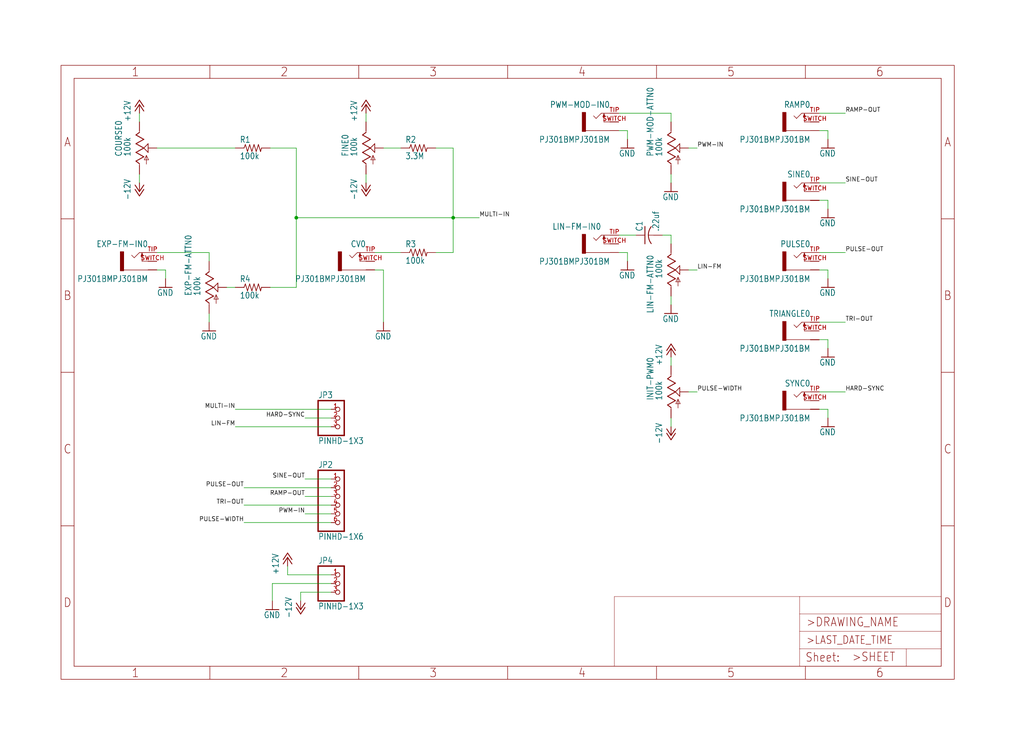
<source format=kicad_sch>
(kicad_sch (version 20211123) (generator eeschema)
  (paper "User" 298.45 217.881)
  (lib_symbols
    (symbol "ioboard-eagle-import:+12V" (power)
      (property "Value" "+12V" (at -2.54 -5.08 90))
      (symbol "+12V_1_0"
        (polyline (pts (xy 0 0) (xy -1.27 -1.905)) (stroke (width 0.254)))
        (polyline (pts (xy 0 1.27) (xy -1.27 -0.635)) (stroke (width 0.254)))
        (polyline (pts (xy 1.27 -1.905) (xy 0 0)) (stroke (width 0.254)))
        (polyline (pts (xy 1.27 -0.635) (xy 0 1.27)) (stroke (width 0.254)))
        (pin power_in line (at 0 -2.54 90) (length 2.54) (name "+12V") (number "1"))
      )
    )
    (symbol "ioboard-eagle-import:-12V" (power)
      (property "Value" "-12V" (at -2.54 -2.54 90))
      (symbol "-12V_1_0"
        (polyline (pts (xy -1.27 0.635) (xy 0 -1.27)) (stroke (width 0.254)))
        (polyline (pts (xy -1.27 1.905) (xy 0 0)) (stroke (width 0.254)))
        (polyline (pts (xy 0 -1.27) (xy 1.27 0.635)) (stroke (width 0.254)))
        (polyline (pts (xy 0 0) (xy 1.27 1.905)) (stroke (width 0.254)))
        (pin power_in line (at 0 2.54 270) (length 2.54) (name "-12V") (number "1"))
      )
    )
    (symbol "ioboard-eagle-import:A4L-LOC"
      (symbol "A4L-LOC_0_0"
        (polyline (pts (xy 0 44.7675) (xy 3.81 44.7675)))
        (polyline (pts (xy 0 89.535) (xy 3.81 89.535)))
        (polyline (pts (xy 0 134.3025) (xy 3.81 134.3025)))
        (polyline (pts (xy 3.81 3.81) (xy 3.81 175.26)))
        (polyline (pts (xy 43.3917 0) (xy 43.3917 3.81)))
        (polyline (pts (xy 43.3917 175.26) (xy 43.3917 179.07)))
        (polyline (pts (xy 86.7833 0) (xy 86.7833 3.81)))
        (polyline (pts (xy 86.7833 175.26) (xy 86.7833 179.07)))
        (polyline (pts (xy 130.175 0) (xy 130.175 3.81)))
        (polyline (pts (xy 130.175 175.26) (xy 130.175 179.07)))
        (polyline (pts (xy 173.5667 0) (xy 173.5667 3.81)))
        (polyline (pts (xy 173.5667 175.26) (xy 173.5667 179.07)))
        (polyline (pts (xy 216.9583 0) (xy 216.9583 3.81)))
        (polyline (pts (xy 216.9583 175.26) (xy 216.9583 179.07)))
        (polyline (pts (xy 256.54 3.81) (xy 3.81 3.81)))
        (polyline (pts (xy 256.54 3.81) (xy 256.54 175.26)))
        (polyline (pts (xy 256.54 44.7675) (xy 260.35 44.7675)))
        (polyline (pts (xy 256.54 89.535) (xy 260.35 89.535)))
        (polyline (pts (xy 256.54 134.3025) (xy 260.35 134.3025)))
        (polyline (pts (xy 256.54 175.26) (xy 3.81 175.26)))
        (polyline (pts (xy 0 0) (xy 260.35 0) (xy 260.35 179.07) (xy 0 179.07) (xy 0 0)))
        (text "1" (at 21.6958 1.905 0) (effects (font (size 2.54 2.286))))
        (text "1" (at 21.6958 177.165 0) (effects (font (size 2.54 2.286))))
        (text "2" (at 65.0875 1.905 0) (effects (font (size 2.54 2.286))))
        (text "2" (at 65.0875 177.165 0) (effects (font (size 2.54 2.286))))
        (text "3" (at 108.4792 1.905 0) (effects (font (size 2.54 2.286))))
        (text "3" (at 108.4792 177.165 0) (effects (font (size 2.54 2.286))))
        (text "4" (at 151.8708 1.905 0) (effects (font (size 2.54 2.286))))
        (text "4" (at 151.8708 177.165 0) (effects (font (size 2.54 2.286))))
        (text "5" (at 195.2625 1.905 0) (effects (font (size 2.54 2.286))))
        (text "5" (at 195.2625 177.165 0) (effects (font (size 2.54 2.286))))
        (text "6" (at 238.6542 1.905 0) (effects (font (size 2.54 2.286))))
        (text "6" (at 238.6542 177.165 0) (effects (font (size 2.54 2.286))))
        (text "A" (at 1.905 156.6863 0) (effects (font (size 2.54 2.286))))
        (text "A" (at 258.445 156.6863 0) (effects (font (size 2.54 2.286))))
        (text "B" (at 1.905 111.9188 0) (effects (font (size 2.54 2.286))))
        (text "B" (at 258.445 111.9188 0) (effects (font (size 2.54 2.286))))
        (text "C" (at 1.905 67.1513 0) (effects (font (size 2.54 2.286))))
        (text "C" (at 258.445 67.1513 0) (effects (font (size 2.54 2.286))))
        (text "D" (at 1.905 22.3838 0) (effects (font (size 2.54 2.286))))
        (text "D" (at 258.445 22.3838 0) (effects (font (size 2.54 2.286))))
      )
      (symbol "A4L-LOC_1_0"
        (polyline (pts (xy 161.29 3.81) (xy 161.29 24.13)) (stroke (width 0.1016)))
        (polyline (pts (xy 161.29 24.13) (xy 215.265 24.13)) (stroke (width 0.1016)))
        (polyline (pts (xy 215.265 8.89) (xy 215.265 3.81)) (stroke (width 0.1016)))
        (polyline (pts (xy 215.265 8.89) (xy 215.265 13.97)) (stroke (width 0.1016)))
        (polyline (pts (xy 215.265 13.97) (xy 215.265 19.05)) (stroke (width 0.1016)))
        (polyline (pts (xy 215.265 13.97) (xy 256.54 13.97)) (stroke (width 0.1016)))
        (polyline (pts (xy 215.265 19.05) (xy 215.265 24.13)) (stroke (width 0.1016)))
        (polyline (pts (xy 215.265 19.05) (xy 256.54 19.05)) (stroke (width 0.1016)))
        (polyline (pts (xy 215.265 24.13) (xy 256.54 24.13)) (stroke (width 0.1016)))
        (polyline (pts (xy 246.38 3.81) (xy 246.38 8.89)) (stroke (width 0.1016)))
        (polyline (pts (xy 246.38 8.89) (xy 215.265 8.89)) (stroke (width 0.1016)))
        (polyline (pts (xy 246.38 8.89) (xy 256.54 8.89)) (stroke (width 0.1016)))
        (polyline (pts (xy 256.54 3.81) (xy 256.54 8.89)) (stroke (width 0.1016)))
        (polyline (pts (xy 256.54 8.89) (xy 256.54 13.97)) (stroke (width 0.1016)))
        (polyline (pts (xy 256.54 13.97) (xy 256.54 19.05)) (stroke (width 0.1016)))
        (polyline (pts (xy 256.54 19.05) (xy 256.54 24.13)) (stroke (width 0.1016)))
        (text ">DRAWING_NAME" (at 217.17 15.24 0) (effects (font (size 2.54 2.159)) (justify left bottom)))
        (text ">LAST_DATE_TIME" (at 217.17 10.16 0) (effects (font (size 2.286 1.9431)) (justify left bottom)))
        (text ">SHEET" (at 230.505 5.08 0) (effects (font (size 2.54 2.159)) (justify left bottom)))
        (text "Sheet:" (at 216.916 4.953 0) (effects (font (size 2.54 2.159)) (justify left bottom)))
      )
    )
    (symbol "ioboard-eagle-import:ALPHA-9MMA"
      (property "Reference" "R" (at -5.08 -2.54 90))
      (property "Value" "ALPHA-9MMA" (at -2.54 -2.54 90))
      (symbol "ALPHA-9MMA_1_0"
        (polyline (pts (xy -1.016 -3.81) (xy 1.27 -2.54)) (stroke (width 0.254)))
        (polyline (pts (xy -1.016 -1.27) (xy 1.27 0)) (stroke (width 0.254)))
        (polyline (pts (xy -1.016 1.27) (xy 1.27 2.54)) (stroke (width 0.254)))
        (polyline (pts (xy -1.016 3.81) (xy 0 4.572)) (stroke (width 0.254)))
        (polyline (pts (xy 0 -5.08) (xy 0 -4.572)) (stroke (width 0.1524)))
        (polyline (pts (xy 0 -4.572) (xy -1.016 -3.81)) (stroke (width 0.254)))
        (polyline (pts (xy 0 4.572) (xy 0 5.08)) (stroke (width 0.1524)))
        (polyline (pts (xy 1.27 -2.54) (xy -1.016 -1.27)) (stroke (width 0.254)))
        (polyline (pts (xy 1.27 0) (xy -1.016 1.27)) (stroke (width 0.254)))
        (polyline (pts (xy 1.27 0) (xy 2.54 1.27)) (stroke (width 0.2032)))
        (polyline (pts (xy 1.27 2.54) (xy -1.016 3.81)) (stroke (width 0.254)))
        (polyline (pts (xy 1.397 -3.429) (xy 2.032 -2.159)) (stroke (width 0.1524)))
        (polyline (pts (xy 2.032 -4.699) (xy 2.032 -2.159)) (stroke (width 0.1524)))
        (polyline (pts (xy 2.032 -2.159) (xy 2.667 -3.429)) (stroke (width 0.1524)))
        (polyline (pts (xy 2.54 -1.27) (xy 1.27 0)) (stroke (width 0.2032)))
        (polyline (pts (xy 2.54 1.27) (xy 2.54 -1.27)) (stroke (width 0.2032)))
        (polyline (pts (xy 2.667 -3.429) (xy 1.397 -3.429)) (stroke (width 0.1524)))
        (pin passive line (at 0 -7.62 90) (length 2.54) (name "A") (number "1"))
        (pin passive line (at 5.08 0 180) (length 2.54) (name "S") (number "2"))
        (pin passive line (at 0 7.62 270) (length 2.54) (name "E") (number "3"))
      )
    )
    (symbol "ioboard-eagle-import:C-US050-024X044"
      (property "Reference" "C" (at 1.016 0.635 0))
      (property "Value" "C-US050-024X044" (at 1.016 -4.191 0))
      (symbol "C-US050-024X044_1_0"
        (arc (start 0 -1.0161) (mid -1.302 -1.2303) (end -2.4668 -1.8504) (stroke (width 0.254)))
        (polyline (pts (xy -2.54 0) (xy 2.54 0)) (stroke (width 0.254)))
        (polyline (pts (xy 0 -1.016) (xy 0 -2.54)) (stroke (width 0.1524)))
        (arc (start 2.4892 -1.8542) (mid 1.3158 -1.2195) (end 0 -1) (stroke (width 0.254)))
        (pin passive line (at 0 2.54 270) (length 2.54) (name "1") (number "1"))
        (pin passive line (at 0 -5.08 90) (length 2.54) (name "2") (number "2"))
      )
    )
    (symbol "ioboard-eagle-import:GND" (power)
      (property "Value" "GND" (at -2.54 -2.54 0))
      (symbol "GND_1_0"
        (polyline (pts (xy -1.905 0) (xy 1.905 0)) (stroke (width 0.254)))
        (pin power_in line (at 0 2.54 270) (length 2.54) (name "GND") (number "1"))
      )
    )
    (symbol "ioboard-eagle-import:PINHD-1X3"
      (property "Reference" "JP" (at -6.35 5.715 0))
      (property "Value" "PINHD-1X3" (at -6.35 -7.62 0))
      (symbol "PINHD-1X3_1_0"
        (polyline (pts (xy -6.35 -5.08) (xy 1.27 -5.08)) (stroke (width 0.4064)))
        (polyline (pts (xy -6.35 5.08) (xy -6.35 -5.08)) (stroke (width 0.4064)))
        (polyline (pts (xy 1.27 -5.08) (xy 1.27 5.08)) (stroke (width 0.4064)))
        (polyline (pts (xy 1.27 5.08) (xy -6.35 5.08)) (stroke (width 0.4064)))
        (pin passive inverted (at -2.54 2.54 0) (length 2.54) (name "1") (number "1"))
        (pin passive inverted (at -2.54 0 0) (length 2.54) (name "2") (number "2"))
        (pin passive inverted (at -2.54 -2.54 0) (length 2.54) (name "3") (number "3"))
      )
    )
    (symbol "ioboard-eagle-import:PINHD-1X6"
      (property "Reference" "JP" (at -6.35 10.795 0))
      (property "Value" "PINHD-1X6" (at -6.35 -10.16 0))
      (symbol "PINHD-1X6_1_0"
        (polyline (pts (xy -6.35 -7.62) (xy 1.27 -7.62)) (stroke (width 0.4064)))
        (polyline (pts (xy -6.35 10.16) (xy -6.35 -7.62)) (stroke (width 0.4064)))
        (polyline (pts (xy 1.27 -7.62) (xy 1.27 10.16)) (stroke (width 0.4064)))
        (polyline (pts (xy 1.27 10.16) (xy -6.35 10.16)) (stroke (width 0.4064)))
        (pin passive inverted (at -2.54 7.62 0) (length 2.54) (name "1") (number "1"))
        (pin passive inverted (at -2.54 5.08 0) (length 2.54) (name "2") (number "2"))
        (pin passive inverted (at -2.54 2.54 0) (length 2.54) (name "3") (number "3"))
        (pin passive inverted (at -2.54 0 0) (length 2.54) (name "4") (number "4"))
        (pin passive inverted (at -2.54 -2.54 0) (length 2.54) (name "5") (number "5"))
        (pin passive inverted (at -2.54 -5.08 0) (length 2.54) (name "6") (number "6"))
      )
    )
    (symbol "ioboard-eagle-import:PJ301BMPJ301BM"
      (property "Value" "PJ301BMPJ301BM" (at -2.54 -6.096 0))
      (symbol "PJ301BMPJ301BM_1_0"
        (polyline (pts (xy -2.54 -2.54) (xy 4.572 -2.54)) (stroke (width 0.1524)))
        (polyline (pts (xy -2.54 0) (xy -0.762 0)) (stroke (width 0.1524)))
        (polyline (pts (xy -2.54 2.54) (xy 0 2.54)) (stroke (width 0.1524)))
        (polyline (pts (xy -1.016 1.524) (xy -0.508 1.524)) (stroke (width 0.254)))
        (polyline (pts (xy -0.762 0) (xy -0.762 2.286)) (stroke (width 0.1524)))
        (polyline (pts (xy -0.762 2.286) (xy -1.016 1.524)) (stroke (width 0.254)))
        (polyline (pts (xy -0.508 1.524) (xy -0.762 2.286)) (stroke (width 0.254)))
        (polyline (pts (xy 0 2.54) (xy 1.524 1.016)) (stroke (width 0.1524)))
        (polyline (pts (xy 1.524 1.016) (xy 2.286 1.778)) (stroke (width 0.1524)))
        (rectangle (start 4.572 2.794) (end 5.588 -2.794) (fill (type outline)))
        (pin passive line (at -5.08 -2.54 0) (length 2.54) (name "5") (number "GND1"))
        (pin passive line (at -5.08 -2.54 0) (length 2.54) (name "5") (number "GND2"))
        (pin passive line (at -5.08 0 0) (length 2.54) (name "4") (number "SWITCH"))
        (pin passive line (at -5.08 2.54 0) (length 2.54) (name "3") (number "TIP"))
      )
    )
    (symbol "ioboard-eagle-import:R-US_0207{slash}10"
      (property "Reference" "R" (at -3.81 1.4986 0))
      (property "Value" "R-US_0207{slash}10" (at -3.81 -3.302 0))
      (symbol "R-US_0207{slash}10_1_0"
        (polyline (pts (xy -2.54 0) (xy -2.159 1.016)) (stroke (width 0.2032)))
        (polyline (pts (xy -2.159 1.016) (xy -1.524 -1.016)) (stroke (width 0.2032)))
        (polyline (pts (xy -1.524 -1.016) (xy -0.889 1.016)) (stroke (width 0.2032)))
        (polyline (pts (xy -0.889 1.016) (xy -0.254 -1.016)) (stroke (width 0.2032)))
        (polyline (pts (xy -0.254 -1.016) (xy 0.381 1.016)) (stroke (width 0.2032)))
        (polyline (pts (xy 0.381 1.016) (xy 1.016 -1.016)) (stroke (width 0.2032)))
        (polyline (pts (xy 1.016 -1.016) (xy 1.651 1.016)) (stroke (width 0.2032)))
        (polyline (pts (xy 1.651 1.016) (xy 2.286 -1.016)) (stroke (width 0.2032)))
        (polyline (pts (xy 2.286 -1.016) (xy 2.54 0)) (stroke (width 0.2032)))
        (pin passive line (at -5.08 0 0) (length 2.54) (name "1") (number "1"))
        (pin passive line (at 5.08 0 180) (length 2.54) (name "2") (number "2"))
      )
    )
  )
  (junction (at 86.36 63.5))
  (junction (at 132.08 63.5))
  (wire (pts (xy 40.64 53.34) (xy 40.64 50.8)))
  (wire (pts (xy 48.26 78.74) (xy 48.26 81.28)))
  (wire (pts (xy 200.66 78.74) (xy 203.2 78.74)))
  (wire (pts (xy 96.52 124.46) (xy 68.58 124.46)))
  (wire (pts (xy 241.3 58.42) (xy 241.3 60.96)))
  (wire (pts (xy 185.42 68.58) (xy 180.34 68.58)))
  (wire (pts (xy 45.72 78.74) (xy 48.26 78.74)))
  (wire (pts (xy 96.52 139.7) (xy 88.9 139.7)))
  (wire (pts (xy 60.96 93.98) (xy 60.96 91.44)))
  (wire (pts (xy 238.76 78.74) (xy 241.3 78.74)))
  (wire (pts (xy 86.36 83.82) (xy 86.36 63.5)))
  (wire (pts (xy 96.52 167.64) (xy 83.82 167.64)))
  (wire (pts (xy 182.88 38.1) (xy 182.88 40.64)))
  (wire (pts (xy 195.58 53.34) (xy 195.58 50.8)))
  (wire (pts (xy 96.52 147.32) (xy 71.12 147.32)))
  (wire (pts (xy 109.22 78.74) (xy 111.76 78.74)))
  (wire (pts (xy 180.34 73.66) (xy 182.88 73.66)))
  (wire (pts (xy 40.64 35.56) (xy 40.64 33.02)))
  (wire (pts (xy 195.58 33.02) (xy 180.34 33.02)))
  (wire (pts (xy 60.96 73.66) (xy 60.96 76.2)))
  (wire (pts (xy 193.04 68.58) (xy 195.58 68.58)))
  (wire (pts (xy 132.08 73.66) (xy 132.08 63.5)))
  (wire (pts (xy 86.36 43.18) (xy 86.36 63.5)))
  (wire (pts (xy 96.52 172.72) (xy 87.63 172.72)))
  (wire (pts (xy 238.76 33.02) (xy 246.38 33.02)))
  (wire (pts (xy 241.3 99.06) (xy 241.3 101.6)))
  (wire (pts (xy 96.52 142.24) (xy 71.12 142.24)))
  (wire (pts (xy 238.76 73.66) (xy 246.38 73.66)))
  (wire (pts (xy 87.63 172.72) (xy 87.63 175.26)))
  (wire (pts (xy 200.66 43.18) (xy 203.2 43.18)))
  (wire (pts (xy 109.22 73.66) (xy 116.84 73.66)))
  (wire (pts (xy 200.66 114.3) (xy 203.2 114.3)))
  (wire (pts (xy 132.08 63.5) (xy 132.08 43.18)))
  (wire (pts (xy 195.58 33.02) (xy 195.58 35.56)))
  (wire (pts (xy 132.08 63.5) (xy 139.7 63.5)))
  (wire (pts (xy 83.82 167.64) (xy 83.82 165.1)))
  (wire (pts (xy 195.58 68.58) (xy 195.58 71.12)))
  (wire (pts (xy 96.52 152.4) (xy 71.12 152.4)))
  (wire (pts (xy 180.34 38.1) (xy 182.88 38.1)))
  (wire (pts (xy 86.36 63.5) (xy 132.08 63.5)))
  (wire (pts (xy 96.52 121.92) (xy 88.9 121.92)))
  (wire (pts (xy 45.72 43.18) (xy 68.58 43.18)))
  (wire (pts (xy 238.76 99.06) (xy 241.3 99.06)))
  (wire (pts (xy 127 73.66) (xy 132.08 73.66)))
  (wire (pts (xy 106.68 53.34) (xy 106.68 50.8)))
  (wire (pts (xy 96.52 144.78) (xy 88.9 144.78)))
  (wire (pts (xy 78.74 83.82) (xy 86.36 83.82)))
  (wire (pts (xy 195.58 104.14) (xy 195.58 106.68)))
  (wire (pts (xy 238.76 114.3) (xy 246.38 114.3)))
  (wire (pts (xy 111.76 78.74) (xy 111.76 93.98)))
  (wire (pts (xy 96.52 170.18) (xy 79.375 170.18)))
  (wire (pts (xy 241.3 78.74) (xy 241.3 81.28)))
  (wire (pts (xy 78.74 43.18) (xy 86.36 43.18)))
  (wire (pts (xy 195.58 88.9) (xy 195.58 86.36)))
  (wire (pts (xy 132.08 43.18) (xy 127 43.18)))
  (wire (pts (xy 238.76 38.1) (xy 241.3 38.1)))
  (wire (pts (xy 96.52 149.86) (xy 88.9 149.86)))
  (wire (pts (xy 238.76 93.98) (xy 246.38 93.98)))
  (wire (pts (xy 238.76 119.38) (xy 241.3 119.38)))
  (wire (pts (xy 106.68 35.56) (xy 106.68 33.02)))
  (wire (pts (xy 238.76 58.42) (xy 241.3 58.42)))
  (wire (pts (xy 96.52 119.38) (xy 68.58 119.38)))
  (wire (pts (xy 79.375 170.18) (xy 79.375 175.26)))
  (wire (pts (xy 241.3 119.38) (xy 241.3 121.92)))
  (wire (pts (xy 182.88 73.66) (xy 182.88 76.2)))
  (wire (pts (xy 238.76 53.34) (xy 246.38 53.34)))
  (wire (pts (xy 195.58 124.46) (xy 195.58 121.92)))
  (wire (pts (xy 111.76 43.18) (xy 116.84 43.18)))
  (wire (pts (xy 66.04 83.82) (xy 68.58 83.82)))
  (wire (pts (xy 241.3 38.1) (xy 241.3 40.64)))
  (wire (pts (xy 45.72 73.66) (xy 60.96 73.66)))
  (label "LIN-FM" (at 68.58 124.46 180) (effects (font (size 1.2446 1.2446))))
  (label "HARD-SYNC" (at 88.9 121.92 180) (effects (font (size 1.2446 1.2446))))
  (label "PULSE-OUT" (at 246.38 73.66 0) (effects (font (size 1.2446 1.2446))))
  (label "TRI-OUT" (at 246.38 93.98 0) (effects (font (size 1.2446 1.2446))))
  (label "SINE-OUT" (at 246.38 53.34 0) (effects (font (size 1.2446 1.2446))))
  (label "PWM-IN" (at 203.2 43.18 0) (effects (font (size 1.2446 1.2446))))
  (label "SINE-OUT" (at 88.9 139.7 180) (effects (font (size 1.2446 1.2446))))
  (label "MULTI-IN" (at 139.7 63.5 0) (effects (font (size 1.2446 1.2446))))
  (label "PULSE-WIDTH" (at 203.2 114.3 0) (effects (font (size 1.2446 1.2446))))
  (label "MULTI-IN" (at 68.58 119.38 180) (effects (font (size 1.2446 1.2446))))
  (label "PULSE-WIDTH" (at 71.12 152.4 180) (effects (font (size 1.2446 1.2446))))
  (label "LIN-FM" (at 203.2 78.74 0) (effects (font (size 1.2446 1.2446))))
  (label "PULSE-OUT" (at 71.12 142.24 180) (effects (font (size 1.2446 1.2446))))
  (label "RAMP-OUT" (at 246.38 33.02 0) (effects (font (size 1.2446 1.2446))))
  (label "HARD-SYNC" (at 246.38 114.3 0) (effects (font (size 1.2446 1.2446))))
  (label "TRI-OUT" (at 71.12 147.32 180) (effects (font (size 1.2446 1.2446))))
  (label "RAMP-OUT" (at 88.9 144.78 180) (effects (font (size 1.2446 1.2446))))
  (label "PWM-IN" (at 88.9 149.86 180) (effects (font (size 1.2446 1.2446))))
  (symbol (lib_id "ioboard-eagle-import:R-US_0207{slash}10") (at 121.92 73.66 0) (unit 1)
    (property "Reference" "R3" (at 118.11 72.1614 0) (effects (font (size 1.778 1.5113)) (justify left bottom)))
    (property "Value" "100k" (at 118.11 76.962 0) (effects (font (size 1.778 1.5113)) (justify left bottom)))
    (property "Footprint" "ioboard:0207_10" (effects hide))
  )
  (symbol (lib_id "ioboard-eagle-import:PINHD-1X3") (at 99.06 121.92 0) (unit 1)
    (property "Reference" "JP3" (at 92.71 116.205 0) (effects (font (size 1.778 1.5113)) (justify left bottom)))
    (property "Value" "PINHD-1X3" (at 92.71 129.54 0) (effects (font (size 1.778 1.5113)) (justify left bottom)))
    (property "Footprint" "ioboard:1X03" (effects hide))
  )
  (symbol (lib_id "ioboard-eagle-import:GND") (at 241.3 43.18 0) (unit 1)
    (property "Reference" "#GND6" (effects hide))
    (property "Value" "GND" (at 238.76 45.72 0) (effects (font (size 1.778 1.5113)) (justify left bottom)))
    (property "Footprint" "ioboard:" (effects hide))
  )
  (symbol (lib_id "ioboard-eagle-import:PJ301BMPJ301BM") (at 40.64 76.2 0) (mirror y) (unit 1)
    (property "Reference" "EXP-FM-IN0" (at 43.18 72.136 0) (effects (font (size 1.778 1.5113)) (justify left bottom)))
    (property "Value" "PJ301BMPJ301BM" (at 43.18 82.296 0) (effects (font (size 1.778 1.5113)) (justify left bottom)))
    (property "Footprint" "ioboard:PJ301BM" (effects hide))
  )
  (symbol (lib_id "ioboard-eagle-import:GND") (at 241.3 104.14 0) (unit 1)
    (property "Reference" "#GND8" (effects hide))
    (property "Value" "GND" (at 238.76 106.68 0) (effects (font (size 1.778 1.5113)) (justify left bottom)))
    (property "Footprint" "ioboard:" (effects hide))
  )
  (symbol (lib_id "ioboard-eagle-import:GND") (at 48.26 83.82 0) (unit 1)
    (property "Reference" "#GND11" (effects hide))
    (property "Value" "GND" (at 45.72 86.36 0) (effects (font (size 1.778 1.5113)) (justify left bottom)))
    (property "Footprint" "ioboard:" (effects hide))
  )
  (symbol (lib_id "ioboard-eagle-import:R-US_0207{slash}10") (at 121.92 43.18 0) (unit 1)
    (property "Reference" "R2" (at 118.11 41.6814 0) (effects (font (size 1.778 1.5113)) (justify left bottom)))
    (property "Value" "3.3M" (at 118.11 46.482 0) (effects (font (size 1.778 1.5113)) (justify left bottom)))
    (property "Footprint" "ioboard:0207_10" (effects hide))
  )
  (symbol (lib_id "ioboard-eagle-import:PINHD-1X3") (at 99.06 170.18 0) (unit 1)
    (property "Reference" "JP4" (at 92.71 164.465 0) (effects (font (size 1.778 1.5113)) (justify left bottom)))
    (property "Value" "PINHD-1X3" (at 92.71 177.8 0) (effects (font (size 1.778 1.5113)) (justify left bottom)))
    (property "Footprint" "ioboard:1X03" (effects hide))
  )
  (symbol (lib_id "ioboard-eagle-import:GND") (at 195.58 55.88 0) (unit 1)
    (property "Reference" "#GND14" (effects hide))
    (property "Value" "GND" (at 193.04 58.42 0) (effects (font (size 1.778 1.5113)) (justify left bottom)))
    (property "Footprint" "ioboard:" (effects hide))
  )
  (symbol (lib_id "ioboard-eagle-import:GND") (at 195.58 91.44 0) (unit 1)
    (property "Reference" "#GND12" (effects hide))
    (property "Value" "GND" (at 193.04 93.98 0) (effects (font (size 1.778 1.5113)) (justify left bottom)))
    (property "Footprint" "ioboard:" (effects hide))
  )
  (symbol (lib_id "ioboard-eagle-import:+12V") (at 40.64 30.48 0) (unit 1)
    (property "Reference" "#P+3" (effects hide))
    (property "Value" "+12V" (at 38.1 35.56 90) (effects (font (size 1.778 1.5113)) (justify left bottom)))
    (property "Footprint" "ioboard:" (effects hide))
  )
  (symbol (lib_id "ioboard-eagle-import:ALPHA-9MMA") (at 40.64 43.18 0) (unit 1)
    (property "Reference" "COURSE0" (at 35.56 45.72 90) (effects (font (size 1.778 1.5113)) (justify left bottom)))
    (property "Value" "100k" (at 38.1 45.72 90) (effects (font (size 1.778 1.5113)) (justify left bottom)))
    (property "Footprint" "ioboard:EVUF" (effects hide))
  )
  (symbol (lib_id "ioboard-eagle-import:-12V") (at 40.64 55.88 0) (unit 1)
    (property "Reference" "#P-2" (effects hide))
    (property "Value" "-12V" (at 38.1 58.42 90) (effects (font (size 1.778 1.5113)) (justify left bottom)))
    (property "Footprint" "ioboard:" (effects hide))
  )
  (symbol (lib_id "ioboard-eagle-import:GND") (at 79.375 177.8 0) (unit 1)
    (property "Reference" "#GND20" (effects hide))
    (property "Value" "GND" (at 76.835 180.34 0) (effects (font (size 1.778 1.5113)) (justify left bottom)))
    (property "Footprint" "ioboard:" (effects hide))
  )
  (symbol (lib_id "ioboard-eagle-import:PJ301BMPJ301BM") (at 175.26 35.56 0) (mirror y) (unit 1)
    (property "Reference" "PWM-MOD-IN0" (at 177.8 31.496 0) (effects (font (size 1.778 1.5113)) (justify left bottom)))
    (property "Value" "PJ301BMPJ301BM" (at 177.8 41.656 0) (effects (font (size 1.778 1.5113)) (justify left bottom)))
    (property "Footprint" "ioboard:PJ301BM" (effects hide))
  )
  (symbol (lib_id "ioboard-eagle-import:GND") (at 241.3 124.46 0) (unit 1)
    (property "Reference" "#GND5" (effects hide))
    (property "Value" "GND" (at 238.76 127 0) (effects (font (size 1.778 1.5113)) (justify left bottom)))
    (property "Footprint" "ioboard:" (effects hide))
  )
  (symbol (lib_id "ioboard-eagle-import:ALPHA-9MMA") (at 106.68 43.18 0) (unit 1)
    (property "Reference" "FINE0" (at 101.6 45.72 90) (effects (font (size 1.778 1.5113)) (justify left bottom)))
    (property "Value" "100k" (at 104.14 45.72 90) (effects (font (size 1.778 1.5113)) (justify left bottom)))
    (property "Footprint" "ioboard:EVUF" (effects hide))
  )
  (symbol (lib_id "ioboard-eagle-import:GND") (at 182.88 43.18 0) (unit 1)
    (property "Reference" "#GND13" (effects hide))
    (property "Value" "GND" (at 180.34 45.72 0) (effects (font (size 1.778 1.5113)) (justify left bottom)))
    (property "Footprint" "ioboard:" (effects hide))
  )
  (symbol (lib_id "ioboard-eagle-import:PINHD-1X6") (at 99.06 147.32 0) (unit 1)
    (property "Reference" "JP2" (at 92.71 136.525 0) (effects (font (size 1.778 1.5113)) (justify left bottom)))
    (property "Value" "PINHD-1X6" (at 92.71 157.48 0) (effects (font (size 1.778 1.5113)) (justify left bottom)))
    (property "Footprint" "ioboard:1X06" (effects hide))
  )
  (symbol (lib_id "ioboard-eagle-import:-12V") (at 195.58 127 0) (unit 1)
    (property "Reference" "#P-4" (effects hide))
    (property "Value" "-12V" (at 193.04 129.54 90) (effects (font (size 1.778 1.5113)) (justify left bottom)))
    (property "Footprint" "ioboard:" (effects hide))
  )
  (symbol (lib_id "ioboard-eagle-import:GND") (at 241.3 83.82 0) (unit 1)
    (property "Reference" "#GND7" (effects hide))
    (property "Value" "GND" (at 238.76 86.36 0) (effects (font (size 1.778 1.5113)) (justify left bottom)))
    (property "Footprint" "ioboard:" (effects hide))
  )
  (symbol (lib_id "ioboard-eagle-import:ALPHA-9MMA") (at 195.58 43.18 0) (unit 1)
    (property "Reference" "PWM-MOD-ATTN0" (at 190.5 45.72 90) (effects (font (size 1.778 1.5113)) (justify left bottom)))
    (property "Value" "100k" (at 193.04 45.72 90) (effects (font (size 1.778 1.5113)) (justify left bottom)))
    (property "Footprint" "ioboard:EVUF" (effects hide))
  )
  (symbol (lib_id "ioboard-eagle-import:R-US_0207{slash}10") (at 73.66 43.18 0) (unit 1)
    (property "Reference" "R1" (at 69.85 41.6814 0) (effects (font (size 1.778 1.5113)) (justify left bottom)))
    (property "Value" "100k" (at 69.85 46.482 0) (effects (font (size 1.778 1.5113)) (justify left bottom)))
    (property "Footprint" "ioboard:0207_10" (effects hide))
  )
  (symbol (lib_id "ioboard-eagle-import:PJ301BMPJ301BM") (at 104.14 76.2 0) (mirror y) (unit 1)
    (property "Reference" "CV0" (at 106.68 72.136 0) (effects (font (size 1.778 1.5113)) (justify left bottom)))
    (property "Value" "PJ301BMPJ301BM" (at 106.68 82.296 0) (effects (font (size 1.778 1.5113)) (justify left bottom)))
    (property "Footprint" "ioboard:PJ301BM" (effects hide))
  )
  (symbol (lib_id "ioboard-eagle-import:GND") (at 111.76 96.52 0) (unit 1)
    (property "Reference" "#GND2" (effects hide))
    (property "Value" "GND" (at 109.22 99.06 0) (effects (font (size 1.778 1.5113)) (justify left bottom)))
    (property "Footprint" "ioboard:" (effects hide))
  )
  (symbol (lib_id "ioboard-eagle-import:A4L-LOC") (at 17.78 198.12 0) (unit 1)
    (property "Reference" "#FRAME1" (effects hide))
    (property "Value" "A4L-LOC" (effects hide))
    (property "Footprint" "ioboard:" (effects hide))
  )
  (symbol (lib_id "ioboard-eagle-import:+12V") (at 83.82 162.56 0) (unit 1)
    (property "Reference" "#P+12" (effects hide))
    (property "Value" "+12V" (at 81.28 167.64 90) (effects (font (size 1.778 1.5113)) (justify left bottom)))
    (property "Footprint" "ioboard:" (effects hide))
  )
  (symbol (lib_id "ioboard-eagle-import:PJ301BMPJ301BM") (at 233.68 35.56 0) (mirror y) (unit 1)
    (property "Reference" "RAMP0" (at 236.22 31.496 0) (effects (font (size 1.778 1.5113)) (justify left bottom)))
    (property "Value" "PJ301BMPJ301BM" (at 236.22 41.656 0) (effects (font (size 1.778 1.5113)) (justify left bottom)))
    (property "Footprint" "ioboard:PJ301BM" (effects hide))
  )
  (symbol (lib_id "ioboard-eagle-import:+12V") (at 106.68 30.48 0) (unit 1)
    (property "Reference" "#P+2" (effects hide))
    (property "Value" "+12V" (at 104.14 35.56 90) (effects (font (size 1.778 1.5113)) (justify left bottom)))
    (property "Footprint" "ioboard:" (effects hide))
  )
  (symbol (lib_id "ioboard-eagle-import:-12V") (at 106.68 55.88 0) (unit 1)
    (property "Reference" "#P-1" (effects hide))
    (property "Value" "-12V" (at 104.14 58.42 90) (effects (font (size 1.778 1.5113)) (justify left bottom)))
    (property "Footprint" "ioboard:" (effects hide))
  )
  (symbol (lib_id "ioboard-eagle-import:PJ301BMPJ301BM") (at 233.68 76.2 0) (mirror y) (unit 1)
    (property "Reference" "PULSE0" (at 236.22 72.136 0) (effects (font (size 1.778 1.5113)) (justify left bottom)))
    (property "Value" "PJ301BMPJ301BM" (at 236.22 82.296 0) (effects (font (size 1.778 1.5113)) (justify left bottom)))
    (property "Footprint" "ioboard:PJ301BM" (effects hide))
  )
  (symbol (lib_id "ioboard-eagle-import:GND") (at 241.3 63.5 0) (unit 1)
    (property "Reference" "#GND9" (effects hide))
    (property "Value" "GND" (at 238.76 66.04 0) (effects (font (size 1.778 1.5113)) (justify left bottom)))
    (property "Footprint" "ioboard:" (effects hide))
  )
  (symbol (lib_id "ioboard-eagle-import:PJ301BMPJ301BM") (at 175.26 71.12 0) (mirror y) (unit 1)
    (property "Reference" "LIN-FM-IN0" (at 175.26 67.056 0) (effects (font (size 1.778 1.5113)) (justify left bottom)))
    (property "Value" "PJ301BMPJ301BM" (at 177.8 77.216 0) (effects (font (size 1.778 1.5113)) (justify left bottom)))
    (property "Footprint" "ioboard:PJ301BM" (effects hide))
  )
  (symbol (lib_id "ioboard-eagle-import:C-US050-024X044") (at 187.96 68.58 90) (unit 1)
    (property "Reference" "C1" (at 187.325 67.564 0) (effects (font (size 1.778 1.5113)) (justify left bottom)))
    (property "Value" ".22uf" (at 192.151 67.564 0) (effects (font (size 1.778 1.5113)) (justify left bottom)))
    (property "Footprint" "ioboard:C050-024X044" (effects hide))
  )
  (symbol (lib_id "ioboard-eagle-import:-12V") (at 87.63 177.8 0) (unit 1)
    (property "Reference" "#P-12" (effects hide))
    (property "Value" "-12V" (at 85.09 180.34 90) (effects (font (size 1.778 1.5113)) (justify left bottom)))
    (property "Footprint" "ioboard:" (effects hide))
  )
  (symbol (lib_id "ioboard-eagle-import:+12V") (at 195.58 101.6 0) (unit 1)
    (property "Reference" "#P+4" (effects hide))
    (property "Value" "+12V" (at 193.04 106.68 90) (effects (font (size 1.778 1.5113)) (justify left bottom)))
    (property "Footprint" "ioboard:" (effects hide))
  )
  (symbol (lib_id "ioboard-eagle-import:GND") (at 60.96 96.52 0) (unit 1)
    (property "Reference" "#GND1" (effects hide))
    (property "Value" "GND" (at 58.42 99.06 0) (effects (font (size 1.778 1.5113)) (justify left bottom)))
    (property "Footprint" "ioboard:" (effects hide))
  )
  (symbol (lib_id "ioboard-eagle-import:R-US_0207{slash}10") (at 73.66 83.82 0) (unit 1)
    (property "Reference" "R4" (at 69.85 82.3214 0) (effects (font (size 1.778 1.5113)) (justify left bottom)))
    (property "Value" "100k" (at 69.85 87.122 0) (effects (font (size 1.778 1.5113)) (justify left bottom)))
    (property "Footprint" "ioboard:0207_10" (effects hide))
  )
  (symbol (lib_id "ioboard-eagle-import:GND") (at 182.88 78.74 0) (unit 1)
    (property "Reference" "#GND10" (effects hide))
    (property "Value" "GND" (at 180.34 81.28 0) (effects (font (size 1.778 1.5113)) (justify left bottom)))
    (property "Footprint" "ioboard:" (effects hide))
  )
  (symbol (lib_id "ioboard-eagle-import:ALPHA-9MMA") (at 195.58 114.3 0) (unit 1)
    (property "Reference" "INIT-PWM0" (at 190.5 116.84 90) (effects (font (size 1.778 1.5113)) (justify left bottom)))
    (property "Value" "100k" (at 193.04 116.84 90) (effects (font (size 1.778 1.5113)) (justify left bottom)))
    (property "Footprint" "ioboard:EVUF" (effects hide))
  )
  (symbol (lib_id "ioboard-eagle-import:PJ301BMPJ301BM") (at 233.68 116.84 0) (mirror y) (unit 1)
    (property "Reference" "SYNC0" (at 236.22 112.776 0) (effects (font (size 1.778 1.5113)) (justify left bottom)))
    (property "Value" "PJ301BMPJ301BM" (at 236.22 122.936 0) (effects (font (size 1.778 1.5113)) (justify left bottom)))
    (property "Footprint" "ioboard:PJ301BM" (effects hide))
  )
  (symbol (lib_id "ioboard-eagle-import:ALPHA-9MMA") (at 195.58 78.74 0) (unit 1)
    (property "Reference" "LIN-FM-ATTN0" (at 190.5 91.44 90) (effects (font (size 1.778 1.5113)) (justify left bottom)))
    (property "Value" "100k" (at 193.04 81.28 90) (effects (font (size 1.778 1.5113)) (justify left bottom)))
    (property "Footprint" "ioboard:EVUF" (effects hide))
  )
  (symbol (lib_id "ioboard-eagle-import:PJ301BMPJ301BM") (at 233.68 96.52 0) (mirror y) (unit 1)
    (property "Reference" "TRIANGLE0" (at 236.22 92.456 0) (effects (font (size 1.778 1.5113)) (justify left bottom)))
    (property "Value" "PJ301BMPJ301BM" (at 236.22 102.616 0) (effects (font (size 1.778 1.5113)) (justify left bottom)))
    (property "Footprint" "ioboard:PJ301BM" (effects hide))
  )
  (symbol (lib_id "ioboard-eagle-import:PJ301BMPJ301BM") (at 233.68 55.88 0) (mirror y) (unit 1)
    (property "Reference" "SINE0" (at 236.22 51.816 0) (effects (font (size 1.778 1.5113)) (justify left bottom)))
    (property "Value" "PJ301BMPJ301BM" (at 236.22 61.976 0) (effects (font (size 1.778 1.5113)) (justify left bottom)))
    (property "Footprint" "ioboard:PJ301BM" (effects hide))
  )
  (symbol (lib_id "ioboard-eagle-import:ALPHA-9MMA") (at 60.96 83.82 0) (unit 1)
    (property "Reference" "EXP-FM-ATTN0" (at 55.88 86.36 90) (effects (font (size 1.778 1.5113)) (justify left bottom)))
    (property "Value" "100k" (at 58.42 86.36 90) (effects (font (size 1.778 1.5113)) (justify left bottom)))
    (property "Footprint" "ioboard:EVUF" (effects hide))
  )
)
</source>
